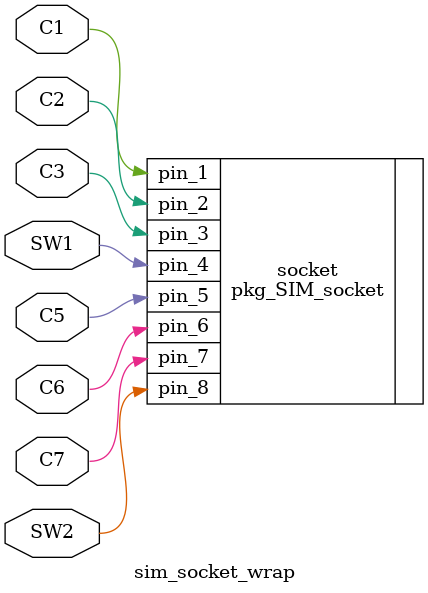
<source format=v>
/* This module is a wrapper around our SIM socket with card detect switch */

module sim_socket_wrap (C1, C2, C3, C5, C6, C7, SW1, SW2);

inout C1, C2, C3, C5, C6, C7;
inout SW1, SW2;

pkg_SIM_socket socket (	.pin_1(C1),
			.pin_2(C2),
			.pin_3(C3),
			.pin_4(SW1),
			.pin_5(C5),
			.pin_6(C6),
			.pin_7(C7),
			.pin_8(SW2)
		);

endmodule

</source>
